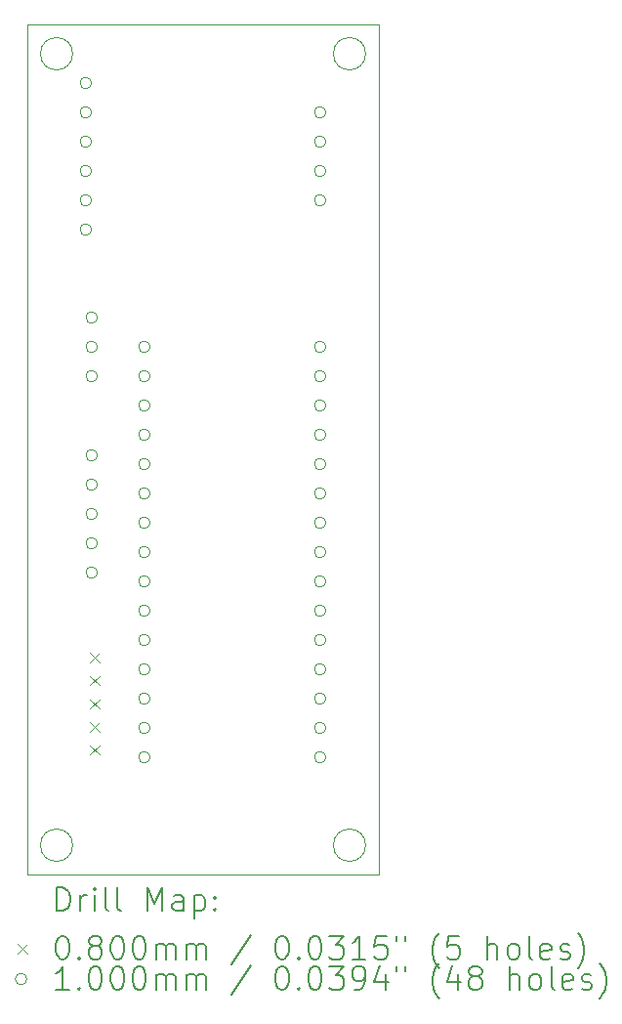
<source format=gbr>
%TF.GenerationSoftware,KiCad,Pcbnew,8.0.7*%
%TF.CreationDate,2025-05-25T12:58:01+02:00*%
%TF.ProjectId,Wave,57617665-2e6b-4696-9361-645f70636258,rev?*%
%TF.SameCoordinates,Original*%
%TF.FileFunction,Drillmap*%
%TF.FilePolarity,Positive*%
%FSLAX45Y45*%
G04 Gerber Fmt 4.5, Leading zero omitted, Abs format (unit mm)*
G04 Created by KiCad (PCBNEW 8.0.7) date 2025-05-25 12:58:01*
%MOMM*%
%LPD*%
G01*
G04 APERTURE LIST*
%ADD10C,0.050000*%
%ADD11C,0.200000*%
%ADD12C,0.100000*%
G04 APERTURE END LIST*
D10*
X12586000Y-17018000D02*
G75*
G02*
X12306000Y-17018000I-140000J0D01*
G01*
X12306000Y-17018000D02*
G75*
G02*
X12586000Y-17018000I140000J0D01*
G01*
X12586000Y-10160000D02*
G75*
G02*
X12306000Y-10160000I-140000J0D01*
G01*
X12306000Y-10160000D02*
G75*
G02*
X12586000Y-10160000I140000J0D01*
G01*
X9652000Y-9906000D02*
X12700000Y-9906000D01*
X12700000Y-17272000D01*
X9652000Y-17272000D01*
X9652000Y-9906000D01*
X10046000Y-10160000D02*
G75*
G02*
X9766000Y-10160000I-140000J0D01*
G01*
X9766000Y-10160000D02*
G75*
G02*
X10046000Y-10160000I140000J0D01*
G01*
X10046000Y-17018000D02*
G75*
G02*
X9766000Y-17018000I-140000J0D01*
G01*
X9766000Y-17018000D02*
G75*
G02*
X10046000Y-17018000I140000J0D01*
G01*
D11*
D12*
X10196200Y-15352400D02*
X10276200Y-15432400D01*
X10276200Y-15352400D02*
X10196200Y-15432400D01*
X10196200Y-15552400D02*
X10276200Y-15632400D01*
X10276200Y-15552400D02*
X10196200Y-15632400D01*
X10196200Y-15752400D02*
X10276200Y-15832400D01*
X10276200Y-15752400D02*
X10196200Y-15832400D01*
X10196200Y-15952400D02*
X10276200Y-16032400D01*
X10276200Y-15952400D02*
X10196200Y-16032400D01*
X10196200Y-16152400D02*
X10276200Y-16232400D01*
X10276200Y-16152400D02*
X10196200Y-16232400D01*
X10210000Y-10414000D02*
G75*
G02*
X10110000Y-10414000I-50000J0D01*
G01*
X10110000Y-10414000D02*
G75*
G02*
X10210000Y-10414000I50000J0D01*
G01*
X10210000Y-10668000D02*
G75*
G02*
X10110000Y-10668000I-50000J0D01*
G01*
X10110000Y-10668000D02*
G75*
G02*
X10210000Y-10668000I50000J0D01*
G01*
X10210000Y-10922000D02*
G75*
G02*
X10110000Y-10922000I-50000J0D01*
G01*
X10110000Y-10922000D02*
G75*
G02*
X10210000Y-10922000I50000J0D01*
G01*
X10210000Y-11176000D02*
G75*
G02*
X10110000Y-11176000I-50000J0D01*
G01*
X10110000Y-11176000D02*
G75*
G02*
X10210000Y-11176000I50000J0D01*
G01*
X10210000Y-11430000D02*
G75*
G02*
X10110000Y-11430000I-50000J0D01*
G01*
X10110000Y-11430000D02*
G75*
G02*
X10210000Y-11430000I50000J0D01*
G01*
X10210000Y-11684000D02*
G75*
G02*
X10110000Y-11684000I-50000J0D01*
G01*
X10110000Y-11684000D02*
G75*
G02*
X10210000Y-11684000I50000J0D01*
G01*
X10260800Y-12446000D02*
G75*
G02*
X10160800Y-12446000I-50000J0D01*
G01*
X10160800Y-12446000D02*
G75*
G02*
X10260800Y-12446000I50000J0D01*
G01*
X10260800Y-12700000D02*
G75*
G02*
X10160800Y-12700000I-50000J0D01*
G01*
X10160800Y-12700000D02*
G75*
G02*
X10260800Y-12700000I50000J0D01*
G01*
X10260800Y-12954000D02*
G75*
G02*
X10160800Y-12954000I-50000J0D01*
G01*
X10160800Y-12954000D02*
G75*
G02*
X10260800Y-12954000I50000J0D01*
G01*
X10260800Y-13639800D02*
G75*
G02*
X10160800Y-13639800I-50000J0D01*
G01*
X10160800Y-13639800D02*
G75*
G02*
X10260800Y-13639800I50000J0D01*
G01*
X10260800Y-13893800D02*
G75*
G02*
X10160800Y-13893800I-50000J0D01*
G01*
X10160800Y-13893800D02*
G75*
G02*
X10260800Y-13893800I50000J0D01*
G01*
X10260800Y-14147800D02*
G75*
G02*
X10160800Y-14147800I-50000J0D01*
G01*
X10160800Y-14147800D02*
G75*
G02*
X10260800Y-14147800I50000J0D01*
G01*
X10260800Y-14401800D02*
G75*
G02*
X10160800Y-14401800I-50000J0D01*
G01*
X10160800Y-14401800D02*
G75*
G02*
X10260800Y-14401800I50000J0D01*
G01*
X10260800Y-14655800D02*
G75*
G02*
X10160800Y-14655800I-50000J0D01*
G01*
X10160800Y-14655800D02*
G75*
G02*
X10260800Y-14655800I50000J0D01*
G01*
X10718000Y-12700000D02*
G75*
G02*
X10618000Y-12700000I-50000J0D01*
G01*
X10618000Y-12700000D02*
G75*
G02*
X10718000Y-12700000I50000J0D01*
G01*
X10718000Y-12954000D02*
G75*
G02*
X10618000Y-12954000I-50000J0D01*
G01*
X10618000Y-12954000D02*
G75*
G02*
X10718000Y-12954000I50000J0D01*
G01*
X10718000Y-13208000D02*
G75*
G02*
X10618000Y-13208000I-50000J0D01*
G01*
X10618000Y-13208000D02*
G75*
G02*
X10718000Y-13208000I50000J0D01*
G01*
X10718000Y-13462000D02*
G75*
G02*
X10618000Y-13462000I-50000J0D01*
G01*
X10618000Y-13462000D02*
G75*
G02*
X10718000Y-13462000I50000J0D01*
G01*
X10718000Y-13716000D02*
G75*
G02*
X10618000Y-13716000I-50000J0D01*
G01*
X10618000Y-13716000D02*
G75*
G02*
X10718000Y-13716000I50000J0D01*
G01*
X10718000Y-13970000D02*
G75*
G02*
X10618000Y-13970000I-50000J0D01*
G01*
X10618000Y-13970000D02*
G75*
G02*
X10718000Y-13970000I50000J0D01*
G01*
X10718000Y-14224000D02*
G75*
G02*
X10618000Y-14224000I-50000J0D01*
G01*
X10618000Y-14224000D02*
G75*
G02*
X10718000Y-14224000I50000J0D01*
G01*
X10718000Y-14478000D02*
G75*
G02*
X10618000Y-14478000I-50000J0D01*
G01*
X10618000Y-14478000D02*
G75*
G02*
X10718000Y-14478000I50000J0D01*
G01*
X10718000Y-14732000D02*
G75*
G02*
X10618000Y-14732000I-50000J0D01*
G01*
X10618000Y-14732000D02*
G75*
G02*
X10718000Y-14732000I50000J0D01*
G01*
X10718000Y-14986000D02*
G75*
G02*
X10618000Y-14986000I-50000J0D01*
G01*
X10618000Y-14986000D02*
G75*
G02*
X10718000Y-14986000I50000J0D01*
G01*
X10718000Y-15240000D02*
G75*
G02*
X10618000Y-15240000I-50000J0D01*
G01*
X10618000Y-15240000D02*
G75*
G02*
X10718000Y-15240000I50000J0D01*
G01*
X10718000Y-15494000D02*
G75*
G02*
X10618000Y-15494000I-50000J0D01*
G01*
X10618000Y-15494000D02*
G75*
G02*
X10718000Y-15494000I50000J0D01*
G01*
X10718000Y-15748000D02*
G75*
G02*
X10618000Y-15748000I-50000J0D01*
G01*
X10618000Y-15748000D02*
G75*
G02*
X10718000Y-15748000I50000J0D01*
G01*
X10718000Y-16002000D02*
G75*
G02*
X10618000Y-16002000I-50000J0D01*
G01*
X10618000Y-16002000D02*
G75*
G02*
X10718000Y-16002000I50000J0D01*
G01*
X10718000Y-16256000D02*
G75*
G02*
X10618000Y-16256000I-50000J0D01*
G01*
X10618000Y-16256000D02*
G75*
G02*
X10718000Y-16256000I50000J0D01*
G01*
X12242000Y-10668000D02*
G75*
G02*
X12142000Y-10668000I-50000J0D01*
G01*
X12142000Y-10668000D02*
G75*
G02*
X12242000Y-10668000I50000J0D01*
G01*
X12242000Y-10922000D02*
G75*
G02*
X12142000Y-10922000I-50000J0D01*
G01*
X12142000Y-10922000D02*
G75*
G02*
X12242000Y-10922000I50000J0D01*
G01*
X12242000Y-11176000D02*
G75*
G02*
X12142000Y-11176000I-50000J0D01*
G01*
X12142000Y-11176000D02*
G75*
G02*
X12242000Y-11176000I50000J0D01*
G01*
X12242000Y-11430000D02*
G75*
G02*
X12142000Y-11430000I-50000J0D01*
G01*
X12142000Y-11430000D02*
G75*
G02*
X12242000Y-11430000I50000J0D01*
G01*
X12242000Y-12700000D02*
G75*
G02*
X12142000Y-12700000I-50000J0D01*
G01*
X12142000Y-12700000D02*
G75*
G02*
X12242000Y-12700000I50000J0D01*
G01*
X12242000Y-12954000D02*
G75*
G02*
X12142000Y-12954000I-50000J0D01*
G01*
X12142000Y-12954000D02*
G75*
G02*
X12242000Y-12954000I50000J0D01*
G01*
X12242000Y-13208000D02*
G75*
G02*
X12142000Y-13208000I-50000J0D01*
G01*
X12142000Y-13208000D02*
G75*
G02*
X12242000Y-13208000I50000J0D01*
G01*
X12242000Y-13462000D02*
G75*
G02*
X12142000Y-13462000I-50000J0D01*
G01*
X12142000Y-13462000D02*
G75*
G02*
X12242000Y-13462000I50000J0D01*
G01*
X12242000Y-13716000D02*
G75*
G02*
X12142000Y-13716000I-50000J0D01*
G01*
X12142000Y-13716000D02*
G75*
G02*
X12242000Y-13716000I50000J0D01*
G01*
X12242000Y-13970000D02*
G75*
G02*
X12142000Y-13970000I-50000J0D01*
G01*
X12142000Y-13970000D02*
G75*
G02*
X12242000Y-13970000I50000J0D01*
G01*
X12242000Y-14224000D02*
G75*
G02*
X12142000Y-14224000I-50000J0D01*
G01*
X12142000Y-14224000D02*
G75*
G02*
X12242000Y-14224000I50000J0D01*
G01*
X12242000Y-14478000D02*
G75*
G02*
X12142000Y-14478000I-50000J0D01*
G01*
X12142000Y-14478000D02*
G75*
G02*
X12242000Y-14478000I50000J0D01*
G01*
X12242000Y-14732000D02*
G75*
G02*
X12142000Y-14732000I-50000J0D01*
G01*
X12142000Y-14732000D02*
G75*
G02*
X12242000Y-14732000I50000J0D01*
G01*
X12242000Y-14986000D02*
G75*
G02*
X12142000Y-14986000I-50000J0D01*
G01*
X12142000Y-14986000D02*
G75*
G02*
X12242000Y-14986000I50000J0D01*
G01*
X12242000Y-15240000D02*
G75*
G02*
X12142000Y-15240000I-50000J0D01*
G01*
X12142000Y-15240000D02*
G75*
G02*
X12242000Y-15240000I50000J0D01*
G01*
X12242000Y-15494000D02*
G75*
G02*
X12142000Y-15494000I-50000J0D01*
G01*
X12142000Y-15494000D02*
G75*
G02*
X12242000Y-15494000I50000J0D01*
G01*
X12242000Y-15748000D02*
G75*
G02*
X12142000Y-15748000I-50000J0D01*
G01*
X12142000Y-15748000D02*
G75*
G02*
X12242000Y-15748000I50000J0D01*
G01*
X12242000Y-16002000D02*
G75*
G02*
X12142000Y-16002000I-50000J0D01*
G01*
X12142000Y-16002000D02*
G75*
G02*
X12242000Y-16002000I50000J0D01*
G01*
X12242000Y-16256000D02*
G75*
G02*
X12142000Y-16256000I-50000J0D01*
G01*
X12142000Y-16256000D02*
G75*
G02*
X12242000Y-16256000I50000J0D01*
G01*
D11*
X9910277Y-17585984D02*
X9910277Y-17385984D01*
X9910277Y-17385984D02*
X9957896Y-17385984D01*
X9957896Y-17385984D02*
X9986467Y-17395508D01*
X9986467Y-17395508D02*
X10005515Y-17414555D01*
X10005515Y-17414555D02*
X10015039Y-17433603D01*
X10015039Y-17433603D02*
X10024563Y-17471698D01*
X10024563Y-17471698D02*
X10024563Y-17500270D01*
X10024563Y-17500270D02*
X10015039Y-17538365D01*
X10015039Y-17538365D02*
X10005515Y-17557412D01*
X10005515Y-17557412D02*
X9986467Y-17576460D01*
X9986467Y-17576460D02*
X9957896Y-17585984D01*
X9957896Y-17585984D02*
X9910277Y-17585984D01*
X10110277Y-17585984D02*
X10110277Y-17452650D01*
X10110277Y-17490746D02*
X10119801Y-17471698D01*
X10119801Y-17471698D02*
X10129324Y-17462174D01*
X10129324Y-17462174D02*
X10148372Y-17452650D01*
X10148372Y-17452650D02*
X10167420Y-17452650D01*
X10234086Y-17585984D02*
X10234086Y-17452650D01*
X10234086Y-17385984D02*
X10224563Y-17395508D01*
X10224563Y-17395508D02*
X10234086Y-17405031D01*
X10234086Y-17405031D02*
X10243610Y-17395508D01*
X10243610Y-17395508D02*
X10234086Y-17385984D01*
X10234086Y-17385984D02*
X10234086Y-17405031D01*
X10357896Y-17585984D02*
X10338848Y-17576460D01*
X10338848Y-17576460D02*
X10329324Y-17557412D01*
X10329324Y-17557412D02*
X10329324Y-17385984D01*
X10462658Y-17585984D02*
X10443610Y-17576460D01*
X10443610Y-17576460D02*
X10434086Y-17557412D01*
X10434086Y-17557412D02*
X10434086Y-17385984D01*
X10691229Y-17585984D02*
X10691229Y-17385984D01*
X10691229Y-17385984D02*
X10757896Y-17528841D01*
X10757896Y-17528841D02*
X10824563Y-17385984D01*
X10824563Y-17385984D02*
X10824563Y-17585984D01*
X11005515Y-17585984D02*
X11005515Y-17481222D01*
X11005515Y-17481222D02*
X10995991Y-17462174D01*
X10995991Y-17462174D02*
X10976944Y-17452650D01*
X10976944Y-17452650D02*
X10938848Y-17452650D01*
X10938848Y-17452650D02*
X10919801Y-17462174D01*
X11005515Y-17576460D02*
X10986467Y-17585984D01*
X10986467Y-17585984D02*
X10938848Y-17585984D01*
X10938848Y-17585984D02*
X10919801Y-17576460D01*
X10919801Y-17576460D02*
X10910277Y-17557412D01*
X10910277Y-17557412D02*
X10910277Y-17538365D01*
X10910277Y-17538365D02*
X10919801Y-17519317D01*
X10919801Y-17519317D02*
X10938848Y-17509793D01*
X10938848Y-17509793D02*
X10986467Y-17509793D01*
X10986467Y-17509793D02*
X11005515Y-17500270D01*
X11100753Y-17452650D02*
X11100753Y-17652650D01*
X11100753Y-17462174D02*
X11119801Y-17452650D01*
X11119801Y-17452650D02*
X11157896Y-17452650D01*
X11157896Y-17452650D02*
X11176944Y-17462174D01*
X11176944Y-17462174D02*
X11186467Y-17471698D01*
X11186467Y-17471698D02*
X11195991Y-17490746D01*
X11195991Y-17490746D02*
X11195991Y-17547889D01*
X11195991Y-17547889D02*
X11186467Y-17566936D01*
X11186467Y-17566936D02*
X11176944Y-17576460D01*
X11176944Y-17576460D02*
X11157896Y-17585984D01*
X11157896Y-17585984D02*
X11119801Y-17585984D01*
X11119801Y-17585984D02*
X11100753Y-17576460D01*
X11281705Y-17566936D02*
X11291229Y-17576460D01*
X11291229Y-17576460D02*
X11281705Y-17585984D01*
X11281705Y-17585984D02*
X11272182Y-17576460D01*
X11272182Y-17576460D02*
X11281705Y-17566936D01*
X11281705Y-17566936D02*
X11281705Y-17585984D01*
X11281705Y-17462174D02*
X11291229Y-17471698D01*
X11291229Y-17471698D02*
X11281705Y-17481222D01*
X11281705Y-17481222D02*
X11272182Y-17471698D01*
X11272182Y-17471698D02*
X11281705Y-17462174D01*
X11281705Y-17462174D02*
X11281705Y-17481222D01*
D12*
X9569500Y-17874500D02*
X9649500Y-17954500D01*
X9649500Y-17874500D02*
X9569500Y-17954500D01*
D11*
X9948372Y-17805984D02*
X9967420Y-17805984D01*
X9967420Y-17805984D02*
X9986467Y-17815508D01*
X9986467Y-17815508D02*
X9995991Y-17825031D01*
X9995991Y-17825031D02*
X10005515Y-17844079D01*
X10005515Y-17844079D02*
X10015039Y-17882174D01*
X10015039Y-17882174D02*
X10015039Y-17929793D01*
X10015039Y-17929793D02*
X10005515Y-17967889D01*
X10005515Y-17967889D02*
X9995991Y-17986936D01*
X9995991Y-17986936D02*
X9986467Y-17996460D01*
X9986467Y-17996460D02*
X9967420Y-18005984D01*
X9967420Y-18005984D02*
X9948372Y-18005984D01*
X9948372Y-18005984D02*
X9929324Y-17996460D01*
X9929324Y-17996460D02*
X9919801Y-17986936D01*
X9919801Y-17986936D02*
X9910277Y-17967889D01*
X9910277Y-17967889D02*
X9900753Y-17929793D01*
X9900753Y-17929793D02*
X9900753Y-17882174D01*
X9900753Y-17882174D02*
X9910277Y-17844079D01*
X9910277Y-17844079D02*
X9919801Y-17825031D01*
X9919801Y-17825031D02*
X9929324Y-17815508D01*
X9929324Y-17815508D02*
X9948372Y-17805984D01*
X10100753Y-17986936D02*
X10110277Y-17996460D01*
X10110277Y-17996460D02*
X10100753Y-18005984D01*
X10100753Y-18005984D02*
X10091229Y-17996460D01*
X10091229Y-17996460D02*
X10100753Y-17986936D01*
X10100753Y-17986936D02*
X10100753Y-18005984D01*
X10224563Y-17891698D02*
X10205515Y-17882174D01*
X10205515Y-17882174D02*
X10195991Y-17872650D01*
X10195991Y-17872650D02*
X10186467Y-17853603D01*
X10186467Y-17853603D02*
X10186467Y-17844079D01*
X10186467Y-17844079D02*
X10195991Y-17825031D01*
X10195991Y-17825031D02*
X10205515Y-17815508D01*
X10205515Y-17815508D02*
X10224563Y-17805984D01*
X10224563Y-17805984D02*
X10262658Y-17805984D01*
X10262658Y-17805984D02*
X10281705Y-17815508D01*
X10281705Y-17815508D02*
X10291229Y-17825031D01*
X10291229Y-17825031D02*
X10300753Y-17844079D01*
X10300753Y-17844079D02*
X10300753Y-17853603D01*
X10300753Y-17853603D02*
X10291229Y-17872650D01*
X10291229Y-17872650D02*
X10281705Y-17882174D01*
X10281705Y-17882174D02*
X10262658Y-17891698D01*
X10262658Y-17891698D02*
X10224563Y-17891698D01*
X10224563Y-17891698D02*
X10205515Y-17901222D01*
X10205515Y-17901222D02*
X10195991Y-17910746D01*
X10195991Y-17910746D02*
X10186467Y-17929793D01*
X10186467Y-17929793D02*
X10186467Y-17967889D01*
X10186467Y-17967889D02*
X10195991Y-17986936D01*
X10195991Y-17986936D02*
X10205515Y-17996460D01*
X10205515Y-17996460D02*
X10224563Y-18005984D01*
X10224563Y-18005984D02*
X10262658Y-18005984D01*
X10262658Y-18005984D02*
X10281705Y-17996460D01*
X10281705Y-17996460D02*
X10291229Y-17986936D01*
X10291229Y-17986936D02*
X10300753Y-17967889D01*
X10300753Y-17967889D02*
X10300753Y-17929793D01*
X10300753Y-17929793D02*
X10291229Y-17910746D01*
X10291229Y-17910746D02*
X10281705Y-17901222D01*
X10281705Y-17901222D02*
X10262658Y-17891698D01*
X10424563Y-17805984D02*
X10443610Y-17805984D01*
X10443610Y-17805984D02*
X10462658Y-17815508D01*
X10462658Y-17815508D02*
X10472182Y-17825031D01*
X10472182Y-17825031D02*
X10481705Y-17844079D01*
X10481705Y-17844079D02*
X10491229Y-17882174D01*
X10491229Y-17882174D02*
X10491229Y-17929793D01*
X10491229Y-17929793D02*
X10481705Y-17967889D01*
X10481705Y-17967889D02*
X10472182Y-17986936D01*
X10472182Y-17986936D02*
X10462658Y-17996460D01*
X10462658Y-17996460D02*
X10443610Y-18005984D01*
X10443610Y-18005984D02*
X10424563Y-18005984D01*
X10424563Y-18005984D02*
X10405515Y-17996460D01*
X10405515Y-17996460D02*
X10395991Y-17986936D01*
X10395991Y-17986936D02*
X10386467Y-17967889D01*
X10386467Y-17967889D02*
X10376944Y-17929793D01*
X10376944Y-17929793D02*
X10376944Y-17882174D01*
X10376944Y-17882174D02*
X10386467Y-17844079D01*
X10386467Y-17844079D02*
X10395991Y-17825031D01*
X10395991Y-17825031D02*
X10405515Y-17815508D01*
X10405515Y-17815508D02*
X10424563Y-17805984D01*
X10615039Y-17805984D02*
X10634086Y-17805984D01*
X10634086Y-17805984D02*
X10653134Y-17815508D01*
X10653134Y-17815508D02*
X10662658Y-17825031D01*
X10662658Y-17825031D02*
X10672182Y-17844079D01*
X10672182Y-17844079D02*
X10681705Y-17882174D01*
X10681705Y-17882174D02*
X10681705Y-17929793D01*
X10681705Y-17929793D02*
X10672182Y-17967889D01*
X10672182Y-17967889D02*
X10662658Y-17986936D01*
X10662658Y-17986936D02*
X10653134Y-17996460D01*
X10653134Y-17996460D02*
X10634086Y-18005984D01*
X10634086Y-18005984D02*
X10615039Y-18005984D01*
X10615039Y-18005984D02*
X10595991Y-17996460D01*
X10595991Y-17996460D02*
X10586467Y-17986936D01*
X10586467Y-17986936D02*
X10576944Y-17967889D01*
X10576944Y-17967889D02*
X10567420Y-17929793D01*
X10567420Y-17929793D02*
X10567420Y-17882174D01*
X10567420Y-17882174D02*
X10576944Y-17844079D01*
X10576944Y-17844079D02*
X10586467Y-17825031D01*
X10586467Y-17825031D02*
X10595991Y-17815508D01*
X10595991Y-17815508D02*
X10615039Y-17805984D01*
X10767420Y-18005984D02*
X10767420Y-17872650D01*
X10767420Y-17891698D02*
X10776944Y-17882174D01*
X10776944Y-17882174D02*
X10795991Y-17872650D01*
X10795991Y-17872650D02*
X10824563Y-17872650D01*
X10824563Y-17872650D02*
X10843610Y-17882174D01*
X10843610Y-17882174D02*
X10853134Y-17901222D01*
X10853134Y-17901222D02*
X10853134Y-18005984D01*
X10853134Y-17901222D02*
X10862658Y-17882174D01*
X10862658Y-17882174D02*
X10881705Y-17872650D01*
X10881705Y-17872650D02*
X10910277Y-17872650D01*
X10910277Y-17872650D02*
X10929325Y-17882174D01*
X10929325Y-17882174D02*
X10938848Y-17901222D01*
X10938848Y-17901222D02*
X10938848Y-18005984D01*
X11034086Y-18005984D02*
X11034086Y-17872650D01*
X11034086Y-17891698D02*
X11043610Y-17882174D01*
X11043610Y-17882174D02*
X11062658Y-17872650D01*
X11062658Y-17872650D02*
X11091229Y-17872650D01*
X11091229Y-17872650D02*
X11110277Y-17882174D01*
X11110277Y-17882174D02*
X11119801Y-17901222D01*
X11119801Y-17901222D02*
X11119801Y-18005984D01*
X11119801Y-17901222D02*
X11129325Y-17882174D01*
X11129325Y-17882174D02*
X11148372Y-17872650D01*
X11148372Y-17872650D02*
X11176944Y-17872650D01*
X11176944Y-17872650D02*
X11195991Y-17882174D01*
X11195991Y-17882174D02*
X11205515Y-17901222D01*
X11205515Y-17901222D02*
X11205515Y-18005984D01*
X11595991Y-17796460D02*
X11424563Y-18053603D01*
X11853134Y-17805984D02*
X11872182Y-17805984D01*
X11872182Y-17805984D02*
X11891229Y-17815508D01*
X11891229Y-17815508D02*
X11900753Y-17825031D01*
X11900753Y-17825031D02*
X11910277Y-17844079D01*
X11910277Y-17844079D02*
X11919801Y-17882174D01*
X11919801Y-17882174D02*
X11919801Y-17929793D01*
X11919801Y-17929793D02*
X11910277Y-17967889D01*
X11910277Y-17967889D02*
X11900753Y-17986936D01*
X11900753Y-17986936D02*
X11891229Y-17996460D01*
X11891229Y-17996460D02*
X11872182Y-18005984D01*
X11872182Y-18005984D02*
X11853134Y-18005984D01*
X11853134Y-18005984D02*
X11834086Y-17996460D01*
X11834086Y-17996460D02*
X11824563Y-17986936D01*
X11824563Y-17986936D02*
X11815039Y-17967889D01*
X11815039Y-17967889D02*
X11805515Y-17929793D01*
X11805515Y-17929793D02*
X11805515Y-17882174D01*
X11805515Y-17882174D02*
X11815039Y-17844079D01*
X11815039Y-17844079D02*
X11824563Y-17825031D01*
X11824563Y-17825031D02*
X11834086Y-17815508D01*
X11834086Y-17815508D02*
X11853134Y-17805984D01*
X12005515Y-17986936D02*
X12015039Y-17996460D01*
X12015039Y-17996460D02*
X12005515Y-18005984D01*
X12005515Y-18005984D02*
X11995991Y-17996460D01*
X11995991Y-17996460D02*
X12005515Y-17986936D01*
X12005515Y-17986936D02*
X12005515Y-18005984D01*
X12138848Y-17805984D02*
X12157896Y-17805984D01*
X12157896Y-17805984D02*
X12176944Y-17815508D01*
X12176944Y-17815508D02*
X12186467Y-17825031D01*
X12186467Y-17825031D02*
X12195991Y-17844079D01*
X12195991Y-17844079D02*
X12205515Y-17882174D01*
X12205515Y-17882174D02*
X12205515Y-17929793D01*
X12205515Y-17929793D02*
X12195991Y-17967889D01*
X12195991Y-17967889D02*
X12186467Y-17986936D01*
X12186467Y-17986936D02*
X12176944Y-17996460D01*
X12176944Y-17996460D02*
X12157896Y-18005984D01*
X12157896Y-18005984D02*
X12138848Y-18005984D01*
X12138848Y-18005984D02*
X12119801Y-17996460D01*
X12119801Y-17996460D02*
X12110277Y-17986936D01*
X12110277Y-17986936D02*
X12100753Y-17967889D01*
X12100753Y-17967889D02*
X12091229Y-17929793D01*
X12091229Y-17929793D02*
X12091229Y-17882174D01*
X12091229Y-17882174D02*
X12100753Y-17844079D01*
X12100753Y-17844079D02*
X12110277Y-17825031D01*
X12110277Y-17825031D02*
X12119801Y-17815508D01*
X12119801Y-17815508D02*
X12138848Y-17805984D01*
X12272182Y-17805984D02*
X12395991Y-17805984D01*
X12395991Y-17805984D02*
X12329325Y-17882174D01*
X12329325Y-17882174D02*
X12357896Y-17882174D01*
X12357896Y-17882174D02*
X12376944Y-17891698D01*
X12376944Y-17891698D02*
X12386467Y-17901222D01*
X12386467Y-17901222D02*
X12395991Y-17920270D01*
X12395991Y-17920270D02*
X12395991Y-17967889D01*
X12395991Y-17967889D02*
X12386467Y-17986936D01*
X12386467Y-17986936D02*
X12376944Y-17996460D01*
X12376944Y-17996460D02*
X12357896Y-18005984D01*
X12357896Y-18005984D02*
X12300753Y-18005984D01*
X12300753Y-18005984D02*
X12281706Y-17996460D01*
X12281706Y-17996460D02*
X12272182Y-17986936D01*
X12586467Y-18005984D02*
X12472182Y-18005984D01*
X12529325Y-18005984D02*
X12529325Y-17805984D01*
X12529325Y-17805984D02*
X12510277Y-17834555D01*
X12510277Y-17834555D02*
X12491229Y-17853603D01*
X12491229Y-17853603D02*
X12472182Y-17863127D01*
X12767420Y-17805984D02*
X12672182Y-17805984D01*
X12672182Y-17805984D02*
X12662658Y-17901222D01*
X12662658Y-17901222D02*
X12672182Y-17891698D01*
X12672182Y-17891698D02*
X12691229Y-17882174D01*
X12691229Y-17882174D02*
X12738848Y-17882174D01*
X12738848Y-17882174D02*
X12757896Y-17891698D01*
X12757896Y-17891698D02*
X12767420Y-17901222D01*
X12767420Y-17901222D02*
X12776944Y-17920270D01*
X12776944Y-17920270D02*
X12776944Y-17967889D01*
X12776944Y-17967889D02*
X12767420Y-17986936D01*
X12767420Y-17986936D02*
X12757896Y-17996460D01*
X12757896Y-17996460D02*
X12738848Y-18005984D01*
X12738848Y-18005984D02*
X12691229Y-18005984D01*
X12691229Y-18005984D02*
X12672182Y-17996460D01*
X12672182Y-17996460D02*
X12662658Y-17986936D01*
X12853134Y-17805984D02*
X12853134Y-17844079D01*
X12929325Y-17805984D02*
X12929325Y-17844079D01*
X13224563Y-18082174D02*
X13215039Y-18072650D01*
X13215039Y-18072650D02*
X13195991Y-18044079D01*
X13195991Y-18044079D02*
X13186468Y-18025031D01*
X13186468Y-18025031D02*
X13176944Y-17996460D01*
X13176944Y-17996460D02*
X13167420Y-17948841D01*
X13167420Y-17948841D02*
X13167420Y-17910746D01*
X13167420Y-17910746D02*
X13176944Y-17863127D01*
X13176944Y-17863127D02*
X13186468Y-17834555D01*
X13186468Y-17834555D02*
X13195991Y-17815508D01*
X13195991Y-17815508D02*
X13215039Y-17786936D01*
X13215039Y-17786936D02*
X13224563Y-17777412D01*
X13395991Y-17805984D02*
X13300753Y-17805984D01*
X13300753Y-17805984D02*
X13291229Y-17901222D01*
X13291229Y-17901222D02*
X13300753Y-17891698D01*
X13300753Y-17891698D02*
X13319801Y-17882174D01*
X13319801Y-17882174D02*
X13367420Y-17882174D01*
X13367420Y-17882174D02*
X13386468Y-17891698D01*
X13386468Y-17891698D02*
X13395991Y-17901222D01*
X13395991Y-17901222D02*
X13405515Y-17920270D01*
X13405515Y-17920270D02*
X13405515Y-17967889D01*
X13405515Y-17967889D02*
X13395991Y-17986936D01*
X13395991Y-17986936D02*
X13386468Y-17996460D01*
X13386468Y-17996460D02*
X13367420Y-18005984D01*
X13367420Y-18005984D02*
X13319801Y-18005984D01*
X13319801Y-18005984D02*
X13300753Y-17996460D01*
X13300753Y-17996460D02*
X13291229Y-17986936D01*
X13643610Y-18005984D02*
X13643610Y-17805984D01*
X13729325Y-18005984D02*
X13729325Y-17901222D01*
X13729325Y-17901222D02*
X13719801Y-17882174D01*
X13719801Y-17882174D02*
X13700753Y-17872650D01*
X13700753Y-17872650D02*
X13672182Y-17872650D01*
X13672182Y-17872650D02*
X13653134Y-17882174D01*
X13653134Y-17882174D02*
X13643610Y-17891698D01*
X13853134Y-18005984D02*
X13834087Y-17996460D01*
X13834087Y-17996460D02*
X13824563Y-17986936D01*
X13824563Y-17986936D02*
X13815039Y-17967889D01*
X13815039Y-17967889D02*
X13815039Y-17910746D01*
X13815039Y-17910746D02*
X13824563Y-17891698D01*
X13824563Y-17891698D02*
X13834087Y-17882174D01*
X13834087Y-17882174D02*
X13853134Y-17872650D01*
X13853134Y-17872650D02*
X13881706Y-17872650D01*
X13881706Y-17872650D02*
X13900753Y-17882174D01*
X13900753Y-17882174D02*
X13910277Y-17891698D01*
X13910277Y-17891698D02*
X13919801Y-17910746D01*
X13919801Y-17910746D02*
X13919801Y-17967889D01*
X13919801Y-17967889D02*
X13910277Y-17986936D01*
X13910277Y-17986936D02*
X13900753Y-17996460D01*
X13900753Y-17996460D02*
X13881706Y-18005984D01*
X13881706Y-18005984D02*
X13853134Y-18005984D01*
X14034087Y-18005984D02*
X14015039Y-17996460D01*
X14015039Y-17996460D02*
X14005515Y-17977412D01*
X14005515Y-17977412D02*
X14005515Y-17805984D01*
X14186468Y-17996460D02*
X14167420Y-18005984D01*
X14167420Y-18005984D02*
X14129325Y-18005984D01*
X14129325Y-18005984D02*
X14110277Y-17996460D01*
X14110277Y-17996460D02*
X14100753Y-17977412D01*
X14100753Y-17977412D02*
X14100753Y-17901222D01*
X14100753Y-17901222D02*
X14110277Y-17882174D01*
X14110277Y-17882174D02*
X14129325Y-17872650D01*
X14129325Y-17872650D02*
X14167420Y-17872650D01*
X14167420Y-17872650D02*
X14186468Y-17882174D01*
X14186468Y-17882174D02*
X14195991Y-17901222D01*
X14195991Y-17901222D02*
X14195991Y-17920270D01*
X14195991Y-17920270D02*
X14100753Y-17939317D01*
X14272182Y-17996460D02*
X14291230Y-18005984D01*
X14291230Y-18005984D02*
X14329325Y-18005984D01*
X14329325Y-18005984D02*
X14348372Y-17996460D01*
X14348372Y-17996460D02*
X14357896Y-17977412D01*
X14357896Y-17977412D02*
X14357896Y-17967889D01*
X14357896Y-17967889D02*
X14348372Y-17948841D01*
X14348372Y-17948841D02*
X14329325Y-17939317D01*
X14329325Y-17939317D02*
X14300753Y-17939317D01*
X14300753Y-17939317D02*
X14281706Y-17929793D01*
X14281706Y-17929793D02*
X14272182Y-17910746D01*
X14272182Y-17910746D02*
X14272182Y-17901222D01*
X14272182Y-17901222D02*
X14281706Y-17882174D01*
X14281706Y-17882174D02*
X14300753Y-17872650D01*
X14300753Y-17872650D02*
X14329325Y-17872650D01*
X14329325Y-17872650D02*
X14348372Y-17882174D01*
X14424563Y-18082174D02*
X14434087Y-18072650D01*
X14434087Y-18072650D02*
X14453134Y-18044079D01*
X14453134Y-18044079D02*
X14462658Y-18025031D01*
X14462658Y-18025031D02*
X14472182Y-17996460D01*
X14472182Y-17996460D02*
X14481706Y-17948841D01*
X14481706Y-17948841D02*
X14481706Y-17910746D01*
X14481706Y-17910746D02*
X14472182Y-17863127D01*
X14472182Y-17863127D02*
X14462658Y-17834555D01*
X14462658Y-17834555D02*
X14453134Y-17815508D01*
X14453134Y-17815508D02*
X14434087Y-17786936D01*
X14434087Y-17786936D02*
X14424563Y-17777412D01*
D12*
X9649500Y-18178500D02*
G75*
G02*
X9549500Y-18178500I-50000J0D01*
G01*
X9549500Y-18178500D02*
G75*
G02*
X9649500Y-18178500I50000J0D01*
G01*
D11*
X10015039Y-18269984D02*
X9900753Y-18269984D01*
X9957896Y-18269984D02*
X9957896Y-18069984D01*
X9957896Y-18069984D02*
X9938848Y-18098555D01*
X9938848Y-18098555D02*
X9919801Y-18117603D01*
X9919801Y-18117603D02*
X9900753Y-18127127D01*
X10100753Y-18250936D02*
X10110277Y-18260460D01*
X10110277Y-18260460D02*
X10100753Y-18269984D01*
X10100753Y-18269984D02*
X10091229Y-18260460D01*
X10091229Y-18260460D02*
X10100753Y-18250936D01*
X10100753Y-18250936D02*
X10100753Y-18269984D01*
X10234086Y-18069984D02*
X10253134Y-18069984D01*
X10253134Y-18069984D02*
X10272182Y-18079508D01*
X10272182Y-18079508D02*
X10281705Y-18089031D01*
X10281705Y-18089031D02*
X10291229Y-18108079D01*
X10291229Y-18108079D02*
X10300753Y-18146174D01*
X10300753Y-18146174D02*
X10300753Y-18193793D01*
X10300753Y-18193793D02*
X10291229Y-18231889D01*
X10291229Y-18231889D02*
X10281705Y-18250936D01*
X10281705Y-18250936D02*
X10272182Y-18260460D01*
X10272182Y-18260460D02*
X10253134Y-18269984D01*
X10253134Y-18269984D02*
X10234086Y-18269984D01*
X10234086Y-18269984D02*
X10215039Y-18260460D01*
X10215039Y-18260460D02*
X10205515Y-18250936D01*
X10205515Y-18250936D02*
X10195991Y-18231889D01*
X10195991Y-18231889D02*
X10186467Y-18193793D01*
X10186467Y-18193793D02*
X10186467Y-18146174D01*
X10186467Y-18146174D02*
X10195991Y-18108079D01*
X10195991Y-18108079D02*
X10205515Y-18089031D01*
X10205515Y-18089031D02*
X10215039Y-18079508D01*
X10215039Y-18079508D02*
X10234086Y-18069984D01*
X10424563Y-18069984D02*
X10443610Y-18069984D01*
X10443610Y-18069984D02*
X10462658Y-18079508D01*
X10462658Y-18079508D02*
X10472182Y-18089031D01*
X10472182Y-18089031D02*
X10481705Y-18108079D01*
X10481705Y-18108079D02*
X10491229Y-18146174D01*
X10491229Y-18146174D02*
X10491229Y-18193793D01*
X10491229Y-18193793D02*
X10481705Y-18231889D01*
X10481705Y-18231889D02*
X10472182Y-18250936D01*
X10472182Y-18250936D02*
X10462658Y-18260460D01*
X10462658Y-18260460D02*
X10443610Y-18269984D01*
X10443610Y-18269984D02*
X10424563Y-18269984D01*
X10424563Y-18269984D02*
X10405515Y-18260460D01*
X10405515Y-18260460D02*
X10395991Y-18250936D01*
X10395991Y-18250936D02*
X10386467Y-18231889D01*
X10386467Y-18231889D02*
X10376944Y-18193793D01*
X10376944Y-18193793D02*
X10376944Y-18146174D01*
X10376944Y-18146174D02*
X10386467Y-18108079D01*
X10386467Y-18108079D02*
X10395991Y-18089031D01*
X10395991Y-18089031D02*
X10405515Y-18079508D01*
X10405515Y-18079508D02*
X10424563Y-18069984D01*
X10615039Y-18069984D02*
X10634086Y-18069984D01*
X10634086Y-18069984D02*
X10653134Y-18079508D01*
X10653134Y-18079508D02*
X10662658Y-18089031D01*
X10662658Y-18089031D02*
X10672182Y-18108079D01*
X10672182Y-18108079D02*
X10681705Y-18146174D01*
X10681705Y-18146174D02*
X10681705Y-18193793D01*
X10681705Y-18193793D02*
X10672182Y-18231889D01*
X10672182Y-18231889D02*
X10662658Y-18250936D01*
X10662658Y-18250936D02*
X10653134Y-18260460D01*
X10653134Y-18260460D02*
X10634086Y-18269984D01*
X10634086Y-18269984D02*
X10615039Y-18269984D01*
X10615039Y-18269984D02*
X10595991Y-18260460D01*
X10595991Y-18260460D02*
X10586467Y-18250936D01*
X10586467Y-18250936D02*
X10576944Y-18231889D01*
X10576944Y-18231889D02*
X10567420Y-18193793D01*
X10567420Y-18193793D02*
X10567420Y-18146174D01*
X10567420Y-18146174D02*
X10576944Y-18108079D01*
X10576944Y-18108079D02*
X10586467Y-18089031D01*
X10586467Y-18089031D02*
X10595991Y-18079508D01*
X10595991Y-18079508D02*
X10615039Y-18069984D01*
X10767420Y-18269984D02*
X10767420Y-18136650D01*
X10767420Y-18155698D02*
X10776944Y-18146174D01*
X10776944Y-18146174D02*
X10795991Y-18136650D01*
X10795991Y-18136650D02*
X10824563Y-18136650D01*
X10824563Y-18136650D02*
X10843610Y-18146174D01*
X10843610Y-18146174D02*
X10853134Y-18165222D01*
X10853134Y-18165222D02*
X10853134Y-18269984D01*
X10853134Y-18165222D02*
X10862658Y-18146174D01*
X10862658Y-18146174D02*
X10881705Y-18136650D01*
X10881705Y-18136650D02*
X10910277Y-18136650D01*
X10910277Y-18136650D02*
X10929325Y-18146174D01*
X10929325Y-18146174D02*
X10938848Y-18165222D01*
X10938848Y-18165222D02*
X10938848Y-18269984D01*
X11034086Y-18269984D02*
X11034086Y-18136650D01*
X11034086Y-18155698D02*
X11043610Y-18146174D01*
X11043610Y-18146174D02*
X11062658Y-18136650D01*
X11062658Y-18136650D02*
X11091229Y-18136650D01*
X11091229Y-18136650D02*
X11110277Y-18146174D01*
X11110277Y-18146174D02*
X11119801Y-18165222D01*
X11119801Y-18165222D02*
X11119801Y-18269984D01*
X11119801Y-18165222D02*
X11129325Y-18146174D01*
X11129325Y-18146174D02*
X11148372Y-18136650D01*
X11148372Y-18136650D02*
X11176944Y-18136650D01*
X11176944Y-18136650D02*
X11195991Y-18146174D01*
X11195991Y-18146174D02*
X11205515Y-18165222D01*
X11205515Y-18165222D02*
X11205515Y-18269984D01*
X11595991Y-18060460D02*
X11424563Y-18317603D01*
X11853134Y-18069984D02*
X11872182Y-18069984D01*
X11872182Y-18069984D02*
X11891229Y-18079508D01*
X11891229Y-18079508D02*
X11900753Y-18089031D01*
X11900753Y-18089031D02*
X11910277Y-18108079D01*
X11910277Y-18108079D02*
X11919801Y-18146174D01*
X11919801Y-18146174D02*
X11919801Y-18193793D01*
X11919801Y-18193793D02*
X11910277Y-18231889D01*
X11910277Y-18231889D02*
X11900753Y-18250936D01*
X11900753Y-18250936D02*
X11891229Y-18260460D01*
X11891229Y-18260460D02*
X11872182Y-18269984D01*
X11872182Y-18269984D02*
X11853134Y-18269984D01*
X11853134Y-18269984D02*
X11834086Y-18260460D01*
X11834086Y-18260460D02*
X11824563Y-18250936D01*
X11824563Y-18250936D02*
X11815039Y-18231889D01*
X11815039Y-18231889D02*
X11805515Y-18193793D01*
X11805515Y-18193793D02*
X11805515Y-18146174D01*
X11805515Y-18146174D02*
X11815039Y-18108079D01*
X11815039Y-18108079D02*
X11824563Y-18089031D01*
X11824563Y-18089031D02*
X11834086Y-18079508D01*
X11834086Y-18079508D02*
X11853134Y-18069984D01*
X12005515Y-18250936D02*
X12015039Y-18260460D01*
X12015039Y-18260460D02*
X12005515Y-18269984D01*
X12005515Y-18269984D02*
X11995991Y-18260460D01*
X11995991Y-18260460D02*
X12005515Y-18250936D01*
X12005515Y-18250936D02*
X12005515Y-18269984D01*
X12138848Y-18069984D02*
X12157896Y-18069984D01*
X12157896Y-18069984D02*
X12176944Y-18079508D01*
X12176944Y-18079508D02*
X12186467Y-18089031D01*
X12186467Y-18089031D02*
X12195991Y-18108079D01*
X12195991Y-18108079D02*
X12205515Y-18146174D01*
X12205515Y-18146174D02*
X12205515Y-18193793D01*
X12205515Y-18193793D02*
X12195991Y-18231889D01*
X12195991Y-18231889D02*
X12186467Y-18250936D01*
X12186467Y-18250936D02*
X12176944Y-18260460D01*
X12176944Y-18260460D02*
X12157896Y-18269984D01*
X12157896Y-18269984D02*
X12138848Y-18269984D01*
X12138848Y-18269984D02*
X12119801Y-18260460D01*
X12119801Y-18260460D02*
X12110277Y-18250936D01*
X12110277Y-18250936D02*
X12100753Y-18231889D01*
X12100753Y-18231889D02*
X12091229Y-18193793D01*
X12091229Y-18193793D02*
X12091229Y-18146174D01*
X12091229Y-18146174D02*
X12100753Y-18108079D01*
X12100753Y-18108079D02*
X12110277Y-18089031D01*
X12110277Y-18089031D02*
X12119801Y-18079508D01*
X12119801Y-18079508D02*
X12138848Y-18069984D01*
X12272182Y-18069984D02*
X12395991Y-18069984D01*
X12395991Y-18069984D02*
X12329325Y-18146174D01*
X12329325Y-18146174D02*
X12357896Y-18146174D01*
X12357896Y-18146174D02*
X12376944Y-18155698D01*
X12376944Y-18155698D02*
X12386467Y-18165222D01*
X12386467Y-18165222D02*
X12395991Y-18184270D01*
X12395991Y-18184270D02*
X12395991Y-18231889D01*
X12395991Y-18231889D02*
X12386467Y-18250936D01*
X12386467Y-18250936D02*
X12376944Y-18260460D01*
X12376944Y-18260460D02*
X12357896Y-18269984D01*
X12357896Y-18269984D02*
X12300753Y-18269984D01*
X12300753Y-18269984D02*
X12281706Y-18260460D01*
X12281706Y-18260460D02*
X12272182Y-18250936D01*
X12491229Y-18269984D02*
X12529325Y-18269984D01*
X12529325Y-18269984D02*
X12548372Y-18260460D01*
X12548372Y-18260460D02*
X12557896Y-18250936D01*
X12557896Y-18250936D02*
X12576944Y-18222365D01*
X12576944Y-18222365D02*
X12586467Y-18184270D01*
X12586467Y-18184270D02*
X12586467Y-18108079D01*
X12586467Y-18108079D02*
X12576944Y-18089031D01*
X12576944Y-18089031D02*
X12567420Y-18079508D01*
X12567420Y-18079508D02*
X12548372Y-18069984D01*
X12548372Y-18069984D02*
X12510277Y-18069984D01*
X12510277Y-18069984D02*
X12491229Y-18079508D01*
X12491229Y-18079508D02*
X12481706Y-18089031D01*
X12481706Y-18089031D02*
X12472182Y-18108079D01*
X12472182Y-18108079D02*
X12472182Y-18155698D01*
X12472182Y-18155698D02*
X12481706Y-18174746D01*
X12481706Y-18174746D02*
X12491229Y-18184270D01*
X12491229Y-18184270D02*
X12510277Y-18193793D01*
X12510277Y-18193793D02*
X12548372Y-18193793D01*
X12548372Y-18193793D02*
X12567420Y-18184270D01*
X12567420Y-18184270D02*
X12576944Y-18174746D01*
X12576944Y-18174746D02*
X12586467Y-18155698D01*
X12757896Y-18136650D02*
X12757896Y-18269984D01*
X12710277Y-18060460D02*
X12662658Y-18203317D01*
X12662658Y-18203317D02*
X12786467Y-18203317D01*
X12853134Y-18069984D02*
X12853134Y-18108079D01*
X12929325Y-18069984D02*
X12929325Y-18108079D01*
X13224563Y-18346174D02*
X13215039Y-18336650D01*
X13215039Y-18336650D02*
X13195991Y-18308079D01*
X13195991Y-18308079D02*
X13186468Y-18289031D01*
X13186468Y-18289031D02*
X13176944Y-18260460D01*
X13176944Y-18260460D02*
X13167420Y-18212841D01*
X13167420Y-18212841D02*
X13167420Y-18174746D01*
X13167420Y-18174746D02*
X13176944Y-18127127D01*
X13176944Y-18127127D02*
X13186468Y-18098555D01*
X13186468Y-18098555D02*
X13195991Y-18079508D01*
X13195991Y-18079508D02*
X13215039Y-18050936D01*
X13215039Y-18050936D02*
X13224563Y-18041412D01*
X13386468Y-18136650D02*
X13386468Y-18269984D01*
X13338848Y-18060460D02*
X13291229Y-18203317D01*
X13291229Y-18203317D02*
X13415039Y-18203317D01*
X13519801Y-18155698D02*
X13500753Y-18146174D01*
X13500753Y-18146174D02*
X13491229Y-18136650D01*
X13491229Y-18136650D02*
X13481706Y-18117603D01*
X13481706Y-18117603D02*
X13481706Y-18108079D01*
X13481706Y-18108079D02*
X13491229Y-18089031D01*
X13491229Y-18089031D02*
X13500753Y-18079508D01*
X13500753Y-18079508D02*
X13519801Y-18069984D01*
X13519801Y-18069984D02*
X13557896Y-18069984D01*
X13557896Y-18069984D02*
X13576944Y-18079508D01*
X13576944Y-18079508D02*
X13586468Y-18089031D01*
X13586468Y-18089031D02*
X13595991Y-18108079D01*
X13595991Y-18108079D02*
X13595991Y-18117603D01*
X13595991Y-18117603D02*
X13586468Y-18136650D01*
X13586468Y-18136650D02*
X13576944Y-18146174D01*
X13576944Y-18146174D02*
X13557896Y-18155698D01*
X13557896Y-18155698D02*
X13519801Y-18155698D01*
X13519801Y-18155698D02*
X13500753Y-18165222D01*
X13500753Y-18165222D02*
X13491229Y-18174746D01*
X13491229Y-18174746D02*
X13481706Y-18193793D01*
X13481706Y-18193793D02*
X13481706Y-18231889D01*
X13481706Y-18231889D02*
X13491229Y-18250936D01*
X13491229Y-18250936D02*
X13500753Y-18260460D01*
X13500753Y-18260460D02*
X13519801Y-18269984D01*
X13519801Y-18269984D02*
X13557896Y-18269984D01*
X13557896Y-18269984D02*
X13576944Y-18260460D01*
X13576944Y-18260460D02*
X13586468Y-18250936D01*
X13586468Y-18250936D02*
X13595991Y-18231889D01*
X13595991Y-18231889D02*
X13595991Y-18193793D01*
X13595991Y-18193793D02*
X13586468Y-18174746D01*
X13586468Y-18174746D02*
X13576944Y-18165222D01*
X13576944Y-18165222D02*
X13557896Y-18155698D01*
X13834087Y-18269984D02*
X13834087Y-18069984D01*
X13919801Y-18269984D02*
X13919801Y-18165222D01*
X13919801Y-18165222D02*
X13910277Y-18146174D01*
X13910277Y-18146174D02*
X13891230Y-18136650D01*
X13891230Y-18136650D02*
X13862658Y-18136650D01*
X13862658Y-18136650D02*
X13843610Y-18146174D01*
X13843610Y-18146174D02*
X13834087Y-18155698D01*
X14043610Y-18269984D02*
X14024563Y-18260460D01*
X14024563Y-18260460D02*
X14015039Y-18250936D01*
X14015039Y-18250936D02*
X14005515Y-18231889D01*
X14005515Y-18231889D02*
X14005515Y-18174746D01*
X14005515Y-18174746D02*
X14015039Y-18155698D01*
X14015039Y-18155698D02*
X14024563Y-18146174D01*
X14024563Y-18146174D02*
X14043610Y-18136650D01*
X14043610Y-18136650D02*
X14072182Y-18136650D01*
X14072182Y-18136650D02*
X14091230Y-18146174D01*
X14091230Y-18146174D02*
X14100753Y-18155698D01*
X14100753Y-18155698D02*
X14110277Y-18174746D01*
X14110277Y-18174746D02*
X14110277Y-18231889D01*
X14110277Y-18231889D02*
X14100753Y-18250936D01*
X14100753Y-18250936D02*
X14091230Y-18260460D01*
X14091230Y-18260460D02*
X14072182Y-18269984D01*
X14072182Y-18269984D02*
X14043610Y-18269984D01*
X14224563Y-18269984D02*
X14205515Y-18260460D01*
X14205515Y-18260460D02*
X14195991Y-18241412D01*
X14195991Y-18241412D02*
X14195991Y-18069984D01*
X14376944Y-18260460D02*
X14357896Y-18269984D01*
X14357896Y-18269984D02*
X14319801Y-18269984D01*
X14319801Y-18269984D02*
X14300753Y-18260460D01*
X14300753Y-18260460D02*
X14291230Y-18241412D01*
X14291230Y-18241412D02*
X14291230Y-18165222D01*
X14291230Y-18165222D02*
X14300753Y-18146174D01*
X14300753Y-18146174D02*
X14319801Y-18136650D01*
X14319801Y-18136650D02*
X14357896Y-18136650D01*
X14357896Y-18136650D02*
X14376944Y-18146174D01*
X14376944Y-18146174D02*
X14386468Y-18165222D01*
X14386468Y-18165222D02*
X14386468Y-18184270D01*
X14386468Y-18184270D02*
X14291230Y-18203317D01*
X14462658Y-18260460D02*
X14481706Y-18269984D01*
X14481706Y-18269984D02*
X14519801Y-18269984D01*
X14519801Y-18269984D02*
X14538849Y-18260460D01*
X14538849Y-18260460D02*
X14548372Y-18241412D01*
X14548372Y-18241412D02*
X14548372Y-18231889D01*
X14548372Y-18231889D02*
X14538849Y-18212841D01*
X14538849Y-18212841D02*
X14519801Y-18203317D01*
X14519801Y-18203317D02*
X14491230Y-18203317D01*
X14491230Y-18203317D02*
X14472182Y-18193793D01*
X14472182Y-18193793D02*
X14462658Y-18174746D01*
X14462658Y-18174746D02*
X14462658Y-18165222D01*
X14462658Y-18165222D02*
X14472182Y-18146174D01*
X14472182Y-18146174D02*
X14491230Y-18136650D01*
X14491230Y-18136650D02*
X14519801Y-18136650D01*
X14519801Y-18136650D02*
X14538849Y-18146174D01*
X14615039Y-18346174D02*
X14624563Y-18336650D01*
X14624563Y-18336650D02*
X14643611Y-18308079D01*
X14643611Y-18308079D02*
X14653134Y-18289031D01*
X14653134Y-18289031D02*
X14662658Y-18260460D01*
X14662658Y-18260460D02*
X14672182Y-18212841D01*
X14672182Y-18212841D02*
X14672182Y-18174746D01*
X14672182Y-18174746D02*
X14662658Y-18127127D01*
X14662658Y-18127127D02*
X14653134Y-18098555D01*
X14653134Y-18098555D02*
X14643611Y-18079508D01*
X14643611Y-18079508D02*
X14624563Y-18050936D01*
X14624563Y-18050936D02*
X14615039Y-18041412D01*
M02*

</source>
